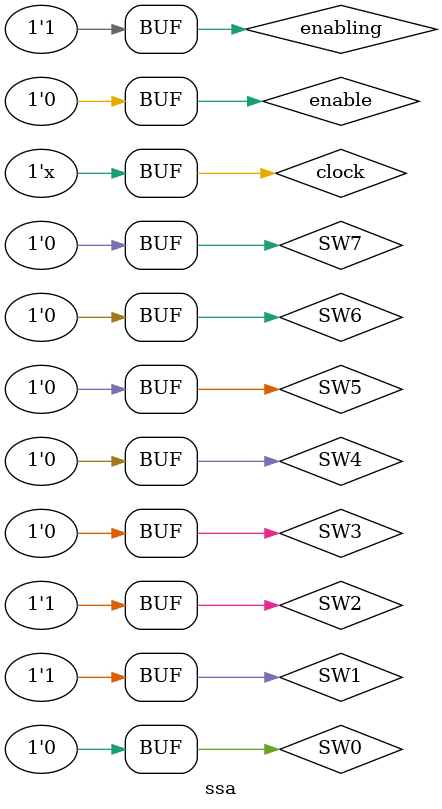
<source format=v>
`timescale 1ns / 1ps


module ssa;

	// Inputs
	reg enabling;
	reg clock;
	reg SW0;
	reg SW1;
	reg SW2;
	reg SW3;
	reg SW4;
	reg SW5;
	reg SW6;
	reg SW7;
	reg enable;

	// Outputs
	wire [3:0] rezult;
	wire AN0;
	wire AN1;
	wire AN2;
	wire a;
	wire b;
	wire c;
	wire d;
	wire e;
	wire fp;
	wire g;
	wire dp;

	// Instantiate the Unit Under Test (UUT)
	CPU uut (
		.enabling(enabling), 
		.clock(clock), 
		.SW0(SW0), 
		.SW1(SW1), 
		.SW2(SW2), 
		.SW3(SW3), 
		.SW4(SW4), 
		.SW5(SW5), 
		.SW6(SW6), 
		.SW7(SW7), 
		.enable(enable), 
		.rezult(rezult), 
		.AN0(AN0), 
		.AN1(AN1), 
		.AN2(AN2), 
		.a(a), 
		.b(b), 
		.c(c), 
		.d(d), 
		.e(e), 
		.fp(fp), 
		.g(g), 
		.dp(dp)
	);

	initial begin
		// Initialize Inputs
		enabling = 0;
		clock = 0;
		SW0 = 1;
		SW1 = 1;
		SW2 = 1;
		SW3 = 1;
		SW4 = 0;
		SW5 = 0;
		SW6 = 0;
		SW7 = 0;
		enable = 0;

		// Wait 100 ns for global reset to finish
		#300;
		enabling = 1;
		SW0 = 0;
		SW1 = 1;
		SW2 = 1;
		SW3 = 0;
        
		// Add stimulus here

	end
	always @(*)
	begin
	#40;
	clock <= ~clock;
	end
      
endmodule


</source>
